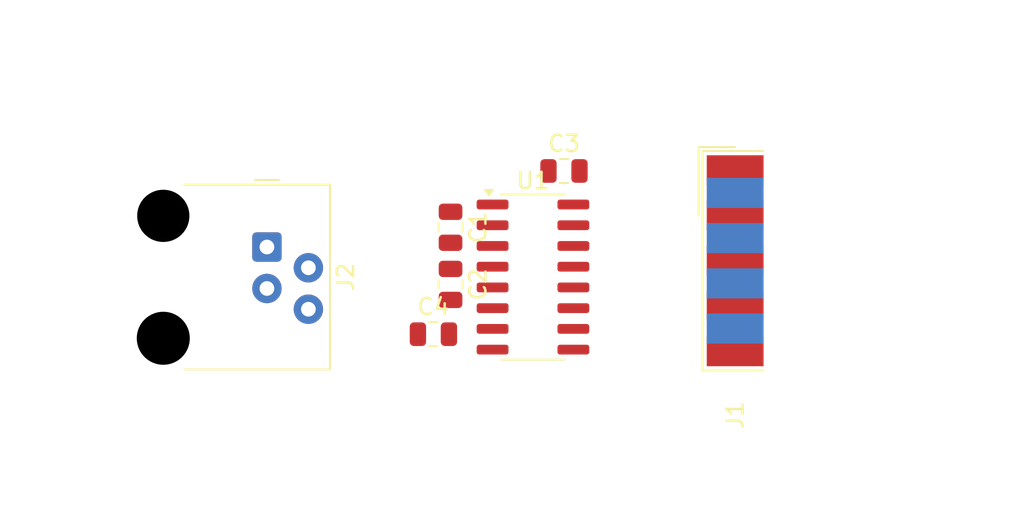
<source format=kicad_pcb>
(kicad_pcb (version 20240108) (generator "pcbnew") (generator_version "8.0")
  (layers (0 "F.Cu" signal) (31 "B.Cu" signal) (34 "B.Paste" user) (35 "F.Paste" user) (36 "B.SilkS" user "B.Silkscreen") (37 "F.SilkS" user "F.Silkscreen") (38 "B.Mask" user) (39 "F.Mask" user) (44 "Edge.Cuts" user))
  (net 0 "")
  (net 1 "Net-(U1-C1+)")
  (net 2 "Net-(U1-C1-)")
  (net 3 "Net-(U1-C2-)")
  (net 4 "Net-(U1-C2+)")
  (net 5 "Net-(U1-VS+)")
  (net 6 "GND")
  (net 7 "Net-(U1-VS-)")
  (net 10 "Net-(U1-T2OUT)")
  (net 12 "Net-(J1-Pad7)")
  (net 13 "Net-(U1-R1IN)")
  (net 14 "Net-(U1-T1OUT)")
  (net 15 "Net-(U1-R1OUT)")
  (footprint "Capacitor_SMD:C_0805_2012Metric" (layer "F.Cu") (at 126.45 94)
    (property "Reference" "C4" (at 0 -1.68 0) (layer "F.SilkS"))
    (property "Value" "100nF")
    (fp_line (start -0.261252 -0.735) (end 0.261252 -0.735) (stroke (width 0.12)) (layer "F.SilkS"))
    (fp_line (start -0.261252 0.735) (end 0.261252 0.735) (stroke (width 0.12)) (layer "F.SilkS"))
    (pad "1" smd roundrect (at -0.95 0) (size 1 1.45) (layers "F.Cu" "F.Paste" "F.Mask") (net 7 "Net-(U1-VS-)"))
    (pad "2" smd roundrect (at 0.95 0) (size 1 1.45) (layers "F.Cu" "F.Paste" "F.Mask") (net 6 "GND"))
  )
  (footprint "Capacitor_SMD:C_0805_2012Metric" (layer "F.Cu") (at 127.5 90.95 -90)
    (property "Reference" "C2" (at 0 -1.68 90) (layer "F.SilkS"))
    (property "Value" "100nF")
    (fp_line (start -0.261252 0.735) (end 0.261252 0.735) (stroke (width 0.12)) (layer "F.SilkS"))
    (fp_line (start -0.261252 -0.735) (end 0.261252 -0.735) (stroke (width 0.12)) (layer "F.SilkS"))
    (pad "1" smd roundrect (at -0.95 0 270) (size 1 1.45) (layers "F.Cu" "F.Paste" "F.Mask") (net 4 "Net-(U1-C2+)"))
    (pad "2" smd roundrect (at 0.95 0 270) (size 1 1.45) (layers "F.Cu" "F.Paste" "F.Mask") (net 3 "Net-(U1-C2-)"))
  )
  (footprint "Package_SO:SOIC-16_3.9x9.9mm_P1.27mm" (layer "F.Cu") (at 132.55 90.5)
    (property "Reference" "U1" (at 0 -5.9 0) (layer "F.SilkS"))
    (property "Value" "MAX232")
    (fp_line (start 0 -5.06) (end -1.95 -5.06) (stroke (width 0.12)) (layer "F.SilkS"))
    (fp_line (start 0 -5.06) (end 1.95 -5.06) (stroke (width 0.12)) (layer "F.SilkS"))
    (fp_line (start 0 5.06) (end -1.95 5.06) (stroke (width 0.12)) (layer "F.SilkS"))
    (fp_line (start 0 5.06) (end 1.95 5.06) (stroke (width 0.12)) (layer "F.SilkS"))
    (fp_poly (pts (xy -2.7 -5.005) (xy -2.94 -5.335) (xy -2.46 -5.335) (xy -2.7 -5.005)) (stroke (width 0.12)) (fill solid) (layer "F.SilkS"))
    (pad "1" smd roundrect (at -2.475 -4.445) (size 1.95 0.6) (layers "F.Cu" "F.Paste" "F.Mask") (net 1 "Net-(U1-C1+)"))
    (pad "2" smd roundrect (at -2.475 -3.175) (size 1.95 0.6) (layers "F.Cu" "F.Paste" "F.Mask") (net 5 "Net-(U1-VS+)"))
    (pad "3" smd roundrect (at -2.475 -1.905) (size 1.95 0.6) (layers "F.Cu" "F.Paste" "F.Mask") (net 2 "Net-(U1-C1-)"))
    (pad "4" smd roundrect (at -2.475 -0.635) (size 1.95 0.6) (layers "F.Cu" "F.Paste" "F.Mask") (net 4 "Net-(U1-C2+)"))
    (pad "5" smd roundrect (at -2.475 0.635) (size 1.95 0.6) (layers "F.Cu" "F.Paste" "F.Mask") (net 3 "Net-(U1-C2-)"))
    (pad "6" smd roundrect (at -2.475 1.905) (size 1.95 0.6) (layers "F.Cu" "F.Paste" "F.Mask") (net 7 "Net-(U1-VS-)"))
    (pad "7" smd roundrect (at -2.475 3.175) (size 1.95 0.6) (layers "F.Cu" "F.Paste" "F.Mask") (net 10 "Net-(U1-T2OUT)"))
    (pad "8" smd roundrect (at -2.475 4.445) (size 1.95 0.6) (layers "F.Cu" "F.Paste" "F.Mask"))
    (pad "9" smd roundrect (at 2.475 4.445) (size 1.95 0.6) (layers "F.Cu" "F.Paste" "F.Mask"))
    (pad "10" smd roundrect (at 2.475 3.175) (size 1.95 0.6) (layers "F.Cu" "F.Paste" "F.Mask"))
    (pad "11" smd roundrect (at 2.475 1.905) (size 1.95 0.6) (layers "F.Cu" "F.Paste" "F.Mask"))
    (pad "12" smd roundrect (at 2.475 0.635) (size 1.95 0.6) (layers "F.Cu" "F.Paste" "F.Mask") (net 15 "Net-(U1-R1OUT)"))
    (pad "13" smd roundrect (at 2.475 -0.635) (size 1.95 0.6) (layers "F.Cu" "F.Paste" "F.Mask") (net 13 "Net-(U1-R1IN)"))
    (pad "14" smd roundrect (at 2.475 -1.905) (size 1.95 0.6) (layers "F.Cu" "F.Paste" "F.Mask") (net 14 "Net-(U1-T1OUT)"))
    (pad "15" smd roundrect (at 2.475 -3.175) (size 1.95 0.6) (layers "F.Cu" "F.Paste" "F.Mask") (net 6 "GND"))
    (pad "16" smd roundrect (at 2.475 -4.445) (size 1.95 0.6) (layers "F.Cu" "F.Paste" "F.Mask"))
  )
  (footprint "Connector_Dsub:DSUB-9_Female_EdgeMount_P2.77mm" (layer "F.Cu") (at 144.9375 89.5 90)
    (property "Reference" "J1" (at -9.463333 0 270) (layer "F.SilkS"))
    (property "Value" "DE9_Plug")
    (fp_line (start 6.963333 -2.24) (end 2.77 -2.24) (stroke (width 0.12)) (layer "F.SilkS"))
    (fp_line (start 6.723333 -2) (end -6.723333 -2) (stroke (width 0.12)) (layer "F.SilkS"))
    (fp_line (start -6.723333 -2) (end -6.723333 1.74) (stroke (width 0.12)) (layer "F.SilkS"))
    (fp_line (start 6.963333 0) (end 6.963333 -2.24) (stroke (width 0.12)) (layer "F.SilkS"))
    (fp_line (start 6.723333 1.74) (end 6.723333 -2) (stroke (width 0.12)) (layer "F.SilkS"))
    (pad "1" smd rect (at 5.54 0 90) (size 1.846667 3.48) (layers "F.Cu" "F.Paste" "F.Mask"))
    (pad "2" smd rect (at 2.77 0 90) (size 1.846667 3.48) (layers "F.Cu" "F.Paste" "F.Mask") (net 10 "Net-(U1-T2OUT)"))
    (pad "3" smd rect (at 0 0 90) (size 1.846667 3.48) (layers "F.Cu" "F.Paste" "F.Mask") (net 13 "Net-(U1-R1IN)"))
    (pad "4" smd rect (at -2.77 0 90) (size 1.846667 3.48) (layers "F.Cu" "F.Paste" "F.Mask"))
    (pad "5" smd rect (at -5.54 0 90) (size 1.846667 3.48) (layers "F.Cu" "F.Paste" "F.Mask") (net 6 "GND"))
    (pad "6" smd rect (at 4.155 0 90) (size 1.846667 3.48) (layers "B.Cu" "B.Paste" "B.Mask") (net 14 "Net-(U1-T1OUT)"))
    (pad "7" smd rect (at 1.385 0 90) (size 1.846667 3.48) (layers "B.Cu" "B.Paste" "B.Mask") (net 12 "Net-(J1-Pad7)"))
    (pad "8" smd rect (at -1.385 0 90) (size 1.846667 3.48) (layers "B.Cu" "B.Paste" "B.Mask") (net 12 "Net-(J1-Pad7)"))
    (pad "9" smd rect (at -4.155 0 90) (size 1.846667 3.48) (layers "B.Cu" "B.Paste" "B.Mask"))
  )
  (footprint "Capacitor_SMD:C_0805_2012Metric" (layer "F.Cu") (at 134.45 84)
    (property "Reference" "C3" (at 0 -1.68 0) (layer "F.SilkS"))
    (property "Value" "100nF")
    (fp_line (start -0.261252 -0.735) (end 0.261252 -0.735) (stroke (width 0.12)) (layer "F.SilkS"))
    (fp_line (start -0.261252 0.735) (end 0.261252 0.735) (stroke (width 0.12)) (layer "F.SilkS"))
    (pad "1" smd roundrect (at -0.95 0) (size 1 1.45) (layers "F.Cu" "F.Paste" "F.Mask") (net 5 "Net-(U1-VS+)"))
    (pad "2" smd roundrect (at 0.95 0) (size 1 1.45) (layers "F.Cu" "F.Paste" "F.Mask") (net 6 "GND"))
  )
  (footprint "Connector_RJ:RJ9_Evercom_5301-440xxx_Horizontal" (layer "F.Cu") (at 116.25 88.66 -90)
    (property "Reference" "J2" (at 1.84 -4.826 90) (layer "F.SilkS"))
    (property "Value" "RJ9")
    (fp_line (start -3.82 5.05) (end -3.82 -3.86) (stroke (width 0.12)) (layer "F.SilkS"))
    (fp_line (start -4.11 0.765) (end -4.11 -0.765) (stroke (width 0.12)) (layer "F.SilkS"))
    (fp_line (start -3.82 -3.86) (end 7.5 -3.86) (stroke (width 0.12)) (layer "F.SilkS"))
    (fp_line (start 7.5 -3.86) (end 7.5 5.05) (stroke (width 0.12)) (layer "F.SilkS"))
    (pad "" np_thru_hole circle (at -1.91 6.35 270) (size 3.25 3.25) (drill 3.2) (layers "*.Mask"))
    (pad "" np_thru_hole circle (at 5.59 6.35 270) (size 3.25 3.25) (drill 3.25) (layers "*.Mask"))
    (pad "1" thru_hole roundrect (at 0 0 270) (size 1.8 1.8) (drill 0.9) (layers "*.Cu" "*.Mask") (roundrect_rratio 0.1388888889) (net 6 "GND"))
    (pad "2" thru_hole circle (at 1.27 -2.54 270) (size 1.8 1.8) (drill 0.9) (layers "*.Cu" "*.Mask"))
    (pad "3" thru_hole circle (at 2.54 0 270) (size 1.8 1.8) (drill 0.9) (layers "*.Cu" "*.Mask") (net 15 "Net-(U1-R1OUT)"))
    (pad "4" thru_hole circle (at 3.81 -2.54 270) (size 1.8 1.8) (drill 0.9) (layers "*.Cu" "*.Mask"))
  )
  (footprint "Capacitor_SMD:C_0805_2012Metric" (layer "F.Cu") (at 127.5 87.45 -90)
    (property "Reference" "C1" (at 0 -1.68 90) (layer "F.SilkS"))
    (property "Value" "100nF")
    (fp_line (start -0.261252 0.735) (end 0.261252 0.735) (stroke (width 0.12)) (layer "F.SilkS"))
    (fp_line (start -0.261252 -0.735) (end 0.261252 -0.735) (stroke (width 0.12)) (layer "F.SilkS"))
    (pad "1" smd roundrect (at -0.95 0 270) (size 1 1.45) (layers "F.Cu" "F.Paste" "F.Mask") (net 1 "Net-(U1-C1+)"))
    (pad "2" smd roundrect (at 0.95 0 270) (size 1 1.45) (layers "F.Cu" "F.Paste" "F.Mask") (net 2 "Net-(U1-C1-)"))
  )
)
</source>
